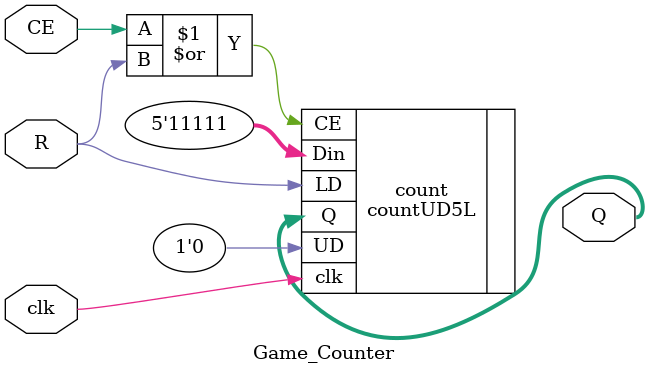
<source format=v>
`timescale 1ns / 1ps

//serves as game countdown
module Game_Counter(
    input CE,
    input R,
    output [4:0] Q,
    input clk
    );
//always decrementing counter
countUD5L count(.UD(1'b0), .CE(CE|R), .LD(R), .Din(5'h1F),  .clk(clk), .Q(Q));
endmodule

</source>
